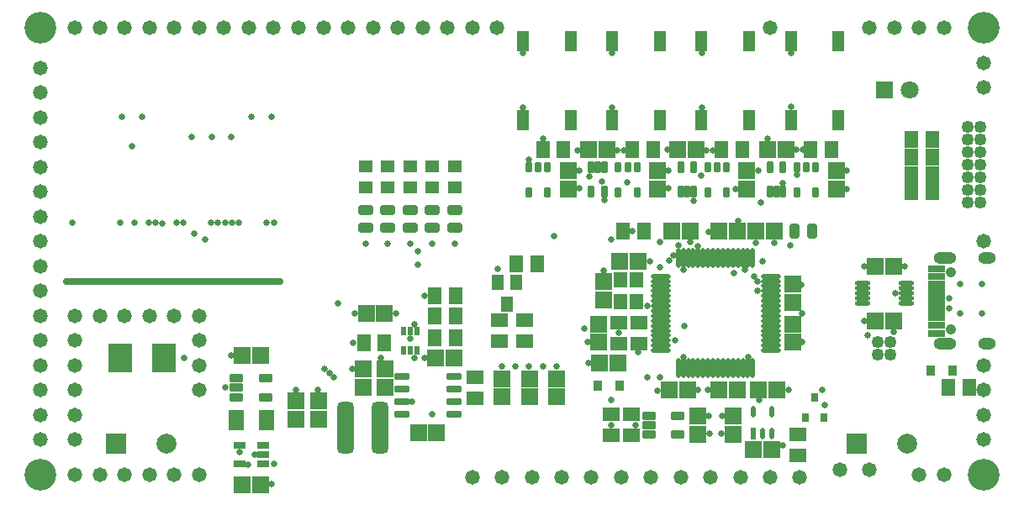
<source format=gbr>
%TF.GenerationSoftware,Altium Limited,Altium Designer,21.0.8 (223)*%
G04 Layer_Color=8388736*
%FSLAX45Y45*%
%MOMM*%
%TF.SameCoordinates,E6859DB6-3A4E-404A-A1E8-5F06C1255FAD*%
%TF.FilePolarity,Negative*%
%TF.FileFunction,Soldermask,Top*%
%TF.Part,Single*%
G01*
G75*
%TA.AperFunction,SMDPad,CuDef*%
%ADD21R,0.80000X0.90000*%
G04:AMPARAMS|DCode=22|XSize=1.15564mm|YSize=0.52981mm|CornerRadius=0.2649mm|HoleSize=0mm|Usage=FLASHONLY|Rotation=90.000|XOffset=0mm|YOffset=0mm|HoleType=Round|Shape=RoundedRectangle|*
%AMROUNDEDRECTD22*
21,1,1.15564,0.00000,0,0,90.0*
21,1,0.62584,0.52981,0,0,90.0*
1,1,0.52980,0.00000,0.31292*
1,1,0.52980,0.00000,-0.31292*
1,1,0.52980,0.00000,-0.31292*
1,1,0.52980,0.00000,0.31292*
%
%ADD22ROUNDEDRECTD22*%
%ADD23R,0.52981X1.15564*%
%ADD82R,1.70320X1.65320*%
%ADD83R,1.70320X1.40320*%
%ADD84R,1.40320X1.70320*%
%TA.AperFunction,ComponentPad*%
%ADD86R,1.80320X1.80320*%
%ADD87C,1.80320*%
%ADD88C,1.25320*%
%TA.AperFunction,ViaPad*%
%ADD89C,3.20320*%
%TA.AperFunction,ComponentPad*%
%ADD90O,1.80320X1.20320*%
%ADD91O,2.30320X1.20320*%
%ADD92C,1.05320*%
%ADD93R,2.00320X2.00320*%
%ADD94C,2.00320*%
%ADD95O,22.20320X0.70320*%
%TA.AperFunction,ViaPad*%
%ADD96C,1.47320*%
%ADD97C,0.65320*%
%TA.AperFunction,SMDPad,CuDef*%
%ADD126R,0.83320X1.03320*%
%ADD127R,2.36220X2.94620*%
G04:AMPARAMS|DCode=128|XSize=1.5032mm|YSize=0.9632mm|CornerRadius=0.1966mm|HoleSize=0mm|Usage=FLASHONLY|Rotation=270.000|XOffset=0mm|YOffset=0mm|HoleType=Round|Shape=RoundedRectangle|*
%AMROUNDEDRECTD128*
21,1,1.50320,0.57000,0,0,270.0*
21,1,1.11000,0.96320,0,0,270.0*
1,1,0.39320,-0.28500,-0.55500*
1,1,0.39320,-0.28500,0.55500*
1,1,0.39320,0.28500,0.55500*
1,1,0.39320,0.28500,-0.55500*
%
%ADD128ROUNDEDRECTD128*%
%ADD129R,1.40320X1.30320*%
G04:AMPARAMS|DCode=130|XSize=1.5032mm|YSize=0.9632mm|CornerRadius=0.1966mm|HoleSize=0mm|Usage=FLASHONLY|Rotation=180.000|XOffset=0mm|YOffset=0mm|HoleType=Round|Shape=RoundedRectangle|*
%AMROUNDEDRECTD130*
21,1,1.50320,0.57000,0,0,180.0*
21,1,1.11000,0.96320,0,0,180.0*
1,1,0.39320,-0.55500,0.28500*
1,1,0.39320,0.55500,0.28500*
1,1,0.39320,0.55500,-0.28500*
1,1,0.39320,-0.55500,-0.28500*
%
%ADD130ROUNDEDRECTD130*%
G04:AMPARAMS|DCode=131|XSize=0.7532mm|YSize=1.0032mm|CornerRadius=0.1511mm|HoleSize=0mm|Usage=FLASHONLY|Rotation=0.000|XOffset=0mm|YOffset=0mm|HoleType=Round|Shape=RoundedRectangle|*
%AMROUNDEDRECTD131*
21,1,0.75320,0.70100,0,0,0.0*
21,1,0.45100,1.00320,0,0,0.0*
1,1,0.30220,0.22550,-0.35050*
1,1,0.30220,-0.22550,-0.35050*
1,1,0.30220,-0.22550,0.35050*
1,1,0.30220,0.22550,0.35050*
%
%ADD131ROUNDEDRECTD131*%
G04:AMPARAMS|DCode=132|XSize=0.6532mm|YSize=1.2532mm|CornerRadius=0.1511mm|HoleSize=0mm|Usage=FLASHONLY|Rotation=180.000|XOffset=0mm|YOffset=0mm|HoleType=Round|Shape=RoundedRectangle|*
%AMROUNDEDRECTD132*
21,1,0.65320,0.95100,0,0,180.0*
21,1,0.35100,1.25320,0,0,180.0*
1,1,0.30220,-0.17550,0.47550*
1,1,0.30220,0.17550,0.47550*
1,1,0.30220,0.17550,-0.47550*
1,1,0.30220,-0.17550,-0.47550*
%
%ADD132ROUNDEDRECTD132*%
%ADD133R,1.65320X1.70320*%
G04:AMPARAMS|DCode=134|XSize=0.8532mm|YSize=1.4032mm|CornerRadius=0.15035mm|HoleSize=0mm|Usage=FLASHONLY|Rotation=90.000|XOffset=0mm|YOffset=0mm|HoleType=Round|Shape=RoundedRectangle|*
%AMROUNDEDRECTD134*
21,1,0.85320,1.10250,0,0,90.0*
21,1,0.55250,1.40320,0,0,90.0*
1,1,0.30070,0.55125,0.27625*
1,1,0.30070,0.55125,-0.27625*
1,1,0.30070,-0.55125,-0.27625*
1,1,0.30070,-0.55125,0.27625*
%
%ADD134ROUNDEDRECTD134*%
%ADD135R,1.20320X1.60320*%
%ADD136R,0.60320X0.85320*%
%ADD137R,1.20320X0.80320*%
%ADD138R,1.55320X2.05320*%
%ADD139O,0.50320X2.00320*%
%ADD140O,2.00320X0.50320*%
%ADD141R,1.30320X2.00320*%
%TA.AperFunction,ConnectorPad*%
%ADD142R,1.65320X0.80320*%
%ADD143R,1.65320X0.50320*%
%TA.AperFunction,SMDPad,CuDef*%
G04:AMPARAMS|DCode=144|XSize=1.7032mm|YSize=5.2032mm|CornerRadius=0.4766mm|HoleSize=0mm|Usage=FLASHONLY|Rotation=180.000|XOffset=0mm|YOffset=0mm|HoleType=Round|Shape=RoundedRectangle|*
%AMROUNDEDRECTD144*
21,1,1.70320,4.25000,0,0,180.0*
21,1,0.75000,5.20320,0,0,180.0*
1,1,0.95320,-0.37500,2.12500*
1,1,0.95320,0.37500,2.12500*
1,1,0.95320,0.37500,-2.12500*
1,1,0.95320,-0.37500,-2.12500*
%
%ADD144ROUNDEDRECTD144*%
%ADD145R,1.40320X1.60320*%
%ADD146O,1.60320X0.45320*%
G04:AMPARAMS|DCode=147|XSize=0.7532mm|YSize=1.4532mm|CornerRadius=0.1511mm|HoleSize=0mm|Usage=FLASHONLY|Rotation=270.000|XOffset=0mm|YOffset=0mm|HoleType=Round|Shape=RoundedRectangle|*
%AMROUNDEDRECTD147*
21,1,0.75320,1.15100,0,0,270.0*
21,1,0.45100,1.45320,0,0,270.0*
1,1,0.30220,-0.57550,-0.22550*
1,1,0.30220,-0.57550,0.22550*
1,1,0.30220,0.57550,0.22550*
1,1,0.30220,0.57550,-0.22550*
%
%ADD147ROUNDEDRECTD147*%
D21*
X7955000Y825000D02*
D03*
X8145000D02*
D03*
X8050000Y1025000D02*
D03*
D22*
X7430000Y882528D02*
D03*
X7620000D02*
D03*
Y667472D02*
D03*
X7525000D02*
D03*
D23*
X7430000D02*
D03*
D82*
X5565000Y3130000D02*
D03*
Y3315000D02*
D03*
X6465000Y3130000D02*
D03*
Y3315000D02*
D03*
X7365000Y3130000D02*
D03*
Y3315000D02*
D03*
X8265000Y3130000D02*
D03*
Y3315000D02*
D03*
X7825000Y1767500D02*
D03*
Y1582500D02*
D03*
Y1982500D02*
D03*
Y2167500D02*
D03*
X5925000Y2192500D02*
D03*
Y2007500D02*
D03*
X5875000Y1767500D02*
D03*
Y1582500D02*
D03*
X7225000Y657500D02*
D03*
Y842500D02*
D03*
X6875000D02*
D03*
Y657500D02*
D03*
X5450000Y1217500D02*
D03*
Y1032500D02*
D03*
X5175000Y1217500D02*
D03*
Y1032500D02*
D03*
X4900000Y1217500D02*
D03*
Y1032500D02*
D03*
X3725000Y1317500D02*
D03*
Y1132500D02*
D03*
X3500000Y1317500D02*
D03*
Y1132500D02*
D03*
X3050000Y992500D02*
D03*
Y807500D02*
D03*
X2825000Y992500D02*
D03*
Y807500D02*
D03*
D83*
X5125000Y1595000D02*
D03*
Y1805000D02*
D03*
X4625000Y1230000D02*
D03*
Y1020000D02*
D03*
X6075000Y1570000D02*
D03*
Y1780000D02*
D03*
X6275000Y1570000D02*
D03*
Y1780000D02*
D03*
X7875000Y445000D02*
D03*
Y655000D02*
D03*
X6200000Y855000D02*
D03*
Y645000D02*
D03*
X6000000D02*
D03*
Y855000D02*
D03*
X4875000Y1805000D02*
D03*
Y1595000D02*
D03*
D84*
X8220001Y3522500D02*
D03*
X8010000D02*
D03*
X7320001D02*
D03*
X7110001D02*
D03*
X6420001D02*
D03*
X6210001D02*
D03*
X5520000D02*
D03*
X5310000D02*
D03*
X6122280Y2705120D02*
D03*
X6332280D02*
D03*
X9020000Y3100000D02*
D03*
X9230000D02*
D03*
X9020000Y3275000D02*
D03*
X9230000D02*
D03*
X9020000Y3450000D02*
D03*
X9230000D02*
D03*
X9020000Y3625000D02*
D03*
X9230000D02*
D03*
X9395000Y1125000D02*
D03*
X9605000D02*
D03*
X5045000Y2375000D02*
D03*
X5255000D02*
D03*
X4430000Y2050000D02*
D03*
X4220000D02*
D03*
X4430000Y1850000D02*
D03*
X4220000D02*
D03*
X4220000Y1625000D02*
D03*
X4430000D02*
D03*
X3507500Y1580000D02*
D03*
X3717500D02*
D03*
D86*
X8748000Y4125000D02*
D03*
D87*
X9002000D02*
D03*
D88*
X9713500Y3756000D02*
D03*
X9586500D02*
D03*
X9713500Y3629000D02*
D03*
Y3502000D02*
D03*
X9586500Y3629000D02*
D03*
Y3502000D02*
D03*
X9713500Y3375000D02*
D03*
X9586500D02*
D03*
X9713500Y3248000D02*
D03*
Y3121000D02*
D03*
Y2994000D02*
D03*
X9586500Y3248000D02*
D03*
Y3121000D02*
D03*
Y2994000D02*
D03*
X8811260Y1463040D02*
D03*
X8684260D02*
D03*
X8811260Y1590040D02*
D03*
X8684260D02*
D03*
D89*
X250000Y250000D02*
D03*
X9750000D02*
D03*
Y4750000D02*
D03*
X250000D02*
D03*
D90*
X9782000Y1568000D02*
D03*
Y2432000D02*
D03*
D91*
X9364000D02*
D03*
Y1568000D02*
D03*
D92*
X9417000Y2289000D02*
D03*
Y1711000D02*
D03*
D93*
X8476000Y558800D02*
D03*
X1016000D02*
D03*
D94*
X8984000D02*
D03*
X1524000D02*
D03*
D95*
X1584500Y2197600D02*
D03*
D96*
X9750000Y1100000D02*
D03*
X9100000Y250000D02*
D03*
X9350000D02*
D03*
X9750000Y600000D02*
D03*
Y850000D02*
D03*
Y1350000D02*
D03*
Y2600000D02*
D03*
Y4150000D02*
D03*
Y4400000D02*
D03*
X1850000Y1100000D02*
D03*
Y1350000D02*
D03*
Y1600000D02*
D03*
Y1850000D02*
D03*
X1600000D02*
D03*
X1350000D02*
D03*
X1100000D02*
D03*
X850000D02*
D03*
X600000D02*
D03*
Y1600000D02*
D03*
Y1350000D02*
D03*
Y1100000D02*
D03*
Y850000D02*
D03*
Y600000D02*
D03*
Y250000D02*
D03*
X850000D02*
D03*
X1100000D02*
D03*
X1350000D02*
D03*
X1600000D02*
D03*
X1850000D02*
D03*
X8600000Y4750000D02*
D03*
X8850000D02*
D03*
X9100000D02*
D03*
X9350000D02*
D03*
X4600000D02*
D03*
X4850000D02*
D03*
X7600000D02*
D03*
X600000D02*
D03*
X850000D02*
D03*
X1100000D02*
D03*
X1350000D02*
D03*
X1600000D02*
D03*
X1850000D02*
D03*
X2100000D02*
D03*
X2350000D02*
D03*
X2600000D02*
D03*
X2850000D02*
D03*
X3100000D02*
D03*
X3350000D02*
D03*
X3600000D02*
D03*
X3850000D02*
D03*
X4100000D02*
D03*
X4350000D02*
D03*
X250000Y4350000D02*
D03*
Y4100000D02*
D03*
Y3850000D02*
D03*
Y3600000D02*
D03*
Y3350000D02*
D03*
Y3100000D02*
D03*
Y2850000D02*
D03*
Y2600000D02*
D03*
Y2350000D02*
D03*
Y2100000D02*
D03*
Y1850000D02*
D03*
Y1600000D02*
D03*
Y1350000D02*
D03*
Y1100000D02*
D03*
Y850000D02*
D03*
Y600000D02*
D03*
X4600000Y225000D02*
D03*
X4900000D02*
D03*
X5200000D02*
D03*
X5500000D02*
D03*
X5800000D02*
D03*
X6100000D02*
D03*
X6400000D02*
D03*
X6700000D02*
D03*
X7000000D02*
D03*
X7300000D02*
D03*
X7600000D02*
D03*
X7900000D02*
D03*
X8300000Y300000D02*
D03*
X8600000D02*
D03*
D97*
X5999480Y1000520D02*
D03*
X5725000Y1725000D02*
D03*
X1700000Y1425000D02*
D03*
X4424680Y2575560D02*
D03*
X5996940Y2620920D02*
D03*
X7475220Y2100580D02*
D03*
X5427980Y2654300D02*
D03*
X6489700Y2590800D02*
D03*
X6875671Y2548786D02*
D03*
X7802880Y2557780D02*
D03*
X6367780Y1229360D02*
D03*
X6494780D02*
D03*
X8125000Y1100000D02*
D03*
X4050539Y2498599D02*
D03*
X4050030Y2366010D02*
D03*
X3246120Y1978660D02*
D03*
X3205480Y1229360D02*
D03*
X4196080Y858520D02*
D03*
X3116183Y1318260D02*
D03*
X3162300Y1272540D02*
D03*
X5875000Y1767500D02*
D03*
X7235925Y2281830D02*
D03*
X7349505Y2311187D02*
D03*
X7442200Y2250440D02*
D03*
X6622140Y2458546D02*
D03*
X6580907Y2410227D02*
D03*
X1478280Y2781300D02*
D03*
X7508240Y2989580D02*
D03*
X7277100Y2801620D02*
D03*
X6733540Y1750060D02*
D03*
X2606040Y355600D02*
D03*
X6642100Y1600200D02*
D03*
X8582660Y1656080D02*
D03*
X6000000Y855000D02*
D03*
X3975000Y2575000D02*
D03*
X4200000D02*
D03*
X3750000D02*
D03*
X3525000D02*
D03*
X6494780Y2342913D02*
D03*
X8150000Y950000D02*
D03*
X6068060Y2001520D02*
D03*
X2341880Y353060D02*
D03*
X2410460Y449580D02*
D03*
X2255000Y472960D02*
D03*
X4018280Y1427480D02*
D03*
X3683450Y1425200D02*
D03*
X7251700Y3129280D02*
D03*
X7868920Y3268980D02*
D03*
X7729220Y3182620D02*
D03*
X8371840Y3129280D02*
D03*
Y3314700D02*
D03*
X7929880Y3522980D02*
D03*
X7866380D02*
D03*
X5173980Y1338580D02*
D03*
X5311140D02*
D03*
X5036820D02*
D03*
X5448300D02*
D03*
X4899660D02*
D03*
X9730740Y2174240D02*
D03*
Y1871980D02*
D03*
X8862060Y2075180D02*
D03*
X8846820Y1684020D02*
D03*
X8547100Y1798320D02*
D03*
Y2352040D02*
D03*
X7645400Y2585720D02*
D03*
X7454900D02*
D03*
X6791960Y2590800D02*
D03*
X6830060Y3012440D02*
D03*
X6578600Y3134360D02*
D03*
Y3317240D02*
D03*
X6126480Y3520440D02*
D03*
X6563360Y3522980D02*
D03*
X7025640Y3520440D02*
D03*
X6959600D02*
D03*
X7574280Y3632200D02*
D03*
X7477760Y3317240D02*
D03*
X7807960Y3954780D02*
D03*
Y4500880D02*
D03*
X6911340Y3952240D02*
D03*
Y4498340D02*
D03*
X6009640Y3952240D02*
D03*
Y4498340D02*
D03*
X1176250Y3557500D02*
D03*
X568960Y2786380D02*
D03*
X1059180D02*
D03*
X1201420D02*
D03*
X1343660D02*
D03*
X1409700D02*
D03*
X1620520D02*
D03*
X1689100D02*
D03*
X1968500D02*
D03*
X2039620D02*
D03*
X2110740D02*
D03*
X2600960D02*
D03*
X2529840D02*
D03*
X2250440D02*
D03*
X2179320D02*
D03*
X1074420Y3855720D02*
D03*
X1275080D02*
D03*
X2372360D02*
D03*
X2575560D02*
D03*
X2174240Y3652520D02*
D03*
X7917180Y2164080D02*
D03*
X7919720Y1582420D02*
D03*
Y1874520D02*
D03*
X7487920Y998220D02*
D03*
X7117080Y840740D02*
D03*
X6982460Y843280D02*
D03*
X6870700Y1099820D02*
D03*
X6211240Y2702600D02*
D03*
X5930900Y3014980D02*
D03*
X5679440Y3136900D02*
D03*
X5778500Y3251200D02*
D03*
X6062980Y3520440D02*
D03*
X5661660Y3515360D02*
D03*
X5679440Y3314700D02*
D03*
X5311140Y3632200D02*
D03*
X5171440Y3426460D02*
D03*
X5110480Y4498340D02*
D03*
Y3952240D02*
D03*
X2176780Y1450340D02*
D03*
X4018280Y1767840D02*
D03*
X3830320Y1877060D02*
D03*
X6075680Y1676400D02*
D03*
X4853940Y2326640D02*
D03*
X8956040Y2352040D02*
D03*
X9514840Y2174240D02*
D03*
Y1871980D02*
D03*
X2583180Y152400D02*
D03*
X6469380Y1097280D02*
D03*
X6969760Y1099820D02*
D03*
X7782560D02*
D03*
X7729220Y548640D02*
D03*
X7106920Y660400D02*
D03*
X6990080D02*
D03*
X6248400Y751840D02*
D03*
X6002020Y749300D02*
D03*
X7475220Y2199640D02*
D03*
X7376160Y1430020D02*
D03*
X6725920D02*
D03*
X6273800Y1480820D02*
D03*
X6724650Y2313940D02*
D03*
X1798320Y2677160D02*
D03*
X1913890Y2622867D02*
D03*
X6676390Y2559050D02*
D03*
X6362700Y1948180D02*
D03*
X6982460Y2692400D02*
D03*
X1976120Y3652520D02*
D03*
X1775460D02*
D03*
X5768340Y1372540D02*
D03*
X5925820Y2308860D02*
D03*
X5763260Y1582420D02*
D03*
X6385560Y2400300D02*
D03*
X4117340Y2049780D02*
D03*
X4119880Y1424940D02*
D03*
X3992880Y988060D02*
D03*
X3975100Y1620520D02*
D03*
X3416300Y1874520D02*
D03*
X3403600Y1577340D02*
D03*
X3388360Y1315720D02*
D03*
X3048000Y1107440D02*
D03*
X2821940D02*
D03*
X2115820Y1125220D02*
D03*
X6903720Y3266440D02*
D03*
X6159500Y3197860D02*
D03*
X7523480Y2402840D02*
D03*
X5905500Y3200400D02*
D03*
X9403440Y2024380D02*
D03*
X9405620Y1925320D02*
D03*
D126*
X5863500Y1150000D02*
D03*
X6086500D02*
D03*
X9213500Y1300000D02*
D03*
X9436500D02*
D03*
D127*
X1054000Y1425000D02*
D03*
X1496000D02*
D03*
D128*
X7843420Y2705100D02*
D03*
X8022420D02*
D03*
D129*
X4425000Y3355000D02*
D03*
Y3145000D02*
D03*
X4200000Y3355000D02*
D03*
Y3145000D02*
D03*
X3975000Y3355000D02*
D03*
Y3145000D02*
D03*
X3749976Y3354999D02*
D03*
Y3144999D02*
D03*
X3525000Y3355000D02*
D03*
Y3145000D02*
D03*
D130*
X4425000Y2735000D02*
D03*
Y2914000D02*
D03*
X3975000Y2735000D02*
D03*
Y2914000D02*
D03*
X4200000Y2735000D02*
D03*
Y2914000D02*
D03*
X3750000Y2735000D02*
D03*
Y2914000D02*
D03*
X3525000Y2735000D02*
D03*
Y2914000D02*
D03*
D131*
X8060000Y3095000D02*
D03*
X7870001D02*
D03*
Y3350000D02*
D03*
X7965000D02*
D03*
X8060000D02*
D03*
X7160000Y3095000D02*
D03*
X6970001D02*
D03*
Y3350000D02*
D03*
X7065000D02*
D03*
X7160000D02*
D03*
X6260000Y3095000D02*
D03*
X6070001D02*
D03*
Y3350000D02*
D03*
X6165000D02*
D03*
X6260000D02*
D03*
X5170001Y3095000D02*
D03*
X5360000Y3350000D02*
D03*
X5265000D02*
D03*
X5170001D02*
D03*
X5360000Y3095000D02*
D03*
D132*
X7600000Y3345000D02*
D03*
X7730000D02*
D03*
Y3100000D02*
D03*
X7665000D02*
D03*
X7600000D02*
D03*
X6700000Y3345000D02*
D03*
X6830000D02*
D03*
Y3100000D02*
D03*
X6765000D02*
D03*
X6700000D02*
D03*
X5930000Y3100000D02*
D03*
X5800000D02*
D03*
Y3345000D02*
D03*
X5865000D02*
D03*
X5930000D02*
D03*
D133*
X7572500Y3522500D02*
D03*
X7757500D02*
D03*
X6672500D02*
D03*
X6857500D02*
D03*
X5772501D02*
D03*
X5957500D02*
D03*
X7457500Y2700000D02*
D03*
X7642500D02*
D03*
X7267500D02*
D03*
X7082500D02*
D03*
X6792500D02*
D03*
X6607500D02*
D03*
X6267500Y2400000D02*
D03*
X6082500D02*
D03*
X5882500Y1375000D02*
D03*
X6067500D02*
D03*
X8657500Y2350000D02*
D03*
X8842500D02*
D03*
Y1800000D02*
D03*
X8657500D02*
D03*
X7617500Y500000D02*
D03*
X7432500D02*
D03*
X7667500Y1100000D02*
D03*
X7482500D02*
D03*
X7267500D02*
D03*
X7082500D02*
D03*
X6582500D02*
D03*
X6767500D02*
D03*
X4232500Y1425000D02*
D03*
X4417500D02*
D03*
X4242500Y675000D02*
D03*
X4057500D02*
D03*
X3532500Y1875000D02*
D03*
X3717500D02*
D03*
X2467500Y150000D02*
D03*
X2282500D02*
D03*
Y1450000D02*
D03*
X2467500D02*
D03*
D134*
X6672500Y845000D02*
D03*
Y655000D02*
D03*
X6377500D02*
D03*
Y750000D02*
D03*
Y845000D02*
D03*
X2227500Y1220000D02*
D03*
Y1125000D02*
D03*
Y1030000D02*
D03*
X2522500D02*
D03*
Y1220000D02*
D03*
D135*
X4855000Y2185000D02*
D03*
X4950000Y1965000D02*
D03*
X5045000Y2185000D02*
D03*
D136*
X4040000Y1505000D02*
D03*
X3975000D02*
D03*
X3910000D02*
D03*
Y1695000D02*
D03*
X3975000D02*
D03*
X4040000D02*
D03*
D137*
X2495000Y355000D02*
D03*
Y450000D02*
D03*
Y545000D02*
D03*
X2255000D02*
D03*
Y355000D02*
D03*
D138*
X2527500Y800000D02*
D03*
X2222500D02*
D03*
D139*
X6825000Y1320000D02*
D03*
X6875000D02*
D03*
X6925000D02*
D03*
X6975000D02*
D03*
X7125000D02*
D03*
X7175000D02*
D03*
X7225000D02*
D03*
X6775000Y2430000D02*
D03*
X7275000Y1320000D02*
D03*
X7025000D02*
D03*
X7075000D02*
D03*
X6675000D02*
D03*
X6725000D02*
D03*
X6775000D02*
D03*
X7325000D02*
D03*
X7375000D02*
D03*
X7425000D02*
D03*
Y2430000D02*
D03*
X7375000D02*
D03*
X7325000D02*
D03*
X7275000D02*
D03*
X7225000D02*
D03*
X7175000D02*
D03*
X7125000D02*
D03*
X7075000D02*
D03*
X7025000D02*
D03*
X6975000D02*
D03*
X6925000D02*
D03*
X6875000D02*
D03*
X6825000D02*
D03*
X6725000D02*
D03*
X6675000D02*
D03*
D140*
X7605000Y1900000D02*
D03*
Y1950000D02*
D03*
Y2000000D02*
D03*
Y2050000D02*
D03*
Y2100000D02*
D03*
Y1500000D02*
D03*
Y1550000D02*
D03*
Y1600000D02*
D03*
Y1650000D02*
D03*
X6495000Y1900000D02*
D03*
Y1800000D02*
D03*
X7605000Y1700000D02*
D03*
Y1750000D02*
D03*
Y1800000D02*
D03*
Y1850000D02*
D03*
X6495000Y2200000D02*
D03*
Y2150000D02*
D03*
Y2100000D02*
D03*
Y2250000D02*
D03*
Y2050000D02*
D03*
Y2000000D02*
D03*
Y1950000D02*
D03*
Y1850000D02*
D03*
Y1750000D02*
D03*
Y1700000D02*
D03*
Y1650000D02*
D03*
Y1600000D02*
D03*
Y1550000D02*
D03*
Y1500000D02*
D03*
X7605000Y2150000D02*
D03*
Y2200000D02*
D03*
Y2250000D02*
D03*
D141*
X6909501Y4620099D02*
D03*
X7389500D02*
D03*
X6909500Y3820100D02*
D03*
X7389500Y3820101D02*
D03*
X7809501Y4620099D02*
D03*
X8289500D02*
D03*
X7809500Y3820100D02*
D03*
X8289500Y3820101D02*
D03*
X6009501Y4620099D02*
D03*
X6489500D02*
D03*
X6009500Y3820100D02*
D03*
X6489500Y3820101D02*
D03*
X5109501Y4620099D02*
D03*
X5589500D02*
D03*
X5109500Y3820100D02*
D03*
X5589500Y3820101D02*
D03*
D142*
X9272500Y1755000D02*
D03*
Y1675000D02*
D03*
Y2245000D02*
D03*
Y2325000D02*
D03*
D143*
Y1925000D02*
D03*
Y1875000D02*
D03*
Y1825000D02*
D03*
Y2075000D02*
D03*
Y2125000D02*
D03*
Y2175000D02*
D03*
Y2025000D02*
D03*
Y1975000D02*
D03*
D144*
X3675001Y725000D02*
D03*
X3325000D02*
D03*
D145*
X6255000Y1990000D02*
D03*
Y2210000D02*
D03*
X6095000Y1990000D02*
D03*
Y2210000D02*
D03*
D146*
X8970000Y1975000D02*
D03*
Y2025000D02*
D03*
Y2075000D02*
D03*
Y2125000D02*
D03*
Y2175000D02*
D03*
X8530000Y1975000D02*
D03*
Y2025000D02*
D03*
Y2075000D02*
D03*
Y2125000D02*
D03*
Y2175000D02*
D03*
D147*
X3887500Y1240500D02*
D03*
Y1113500D02*
D03*
Y986500D02*
D03*
Y859500D02*
D03*
X4412500Y1240500D02*
D03*
Y1113500D02*
D03*
Y986500D02*
D03*
Y859500D02*
D03*
%TF.MD5,d943f4423533fe5a8e81fda190322749*%
M02*

</source>
